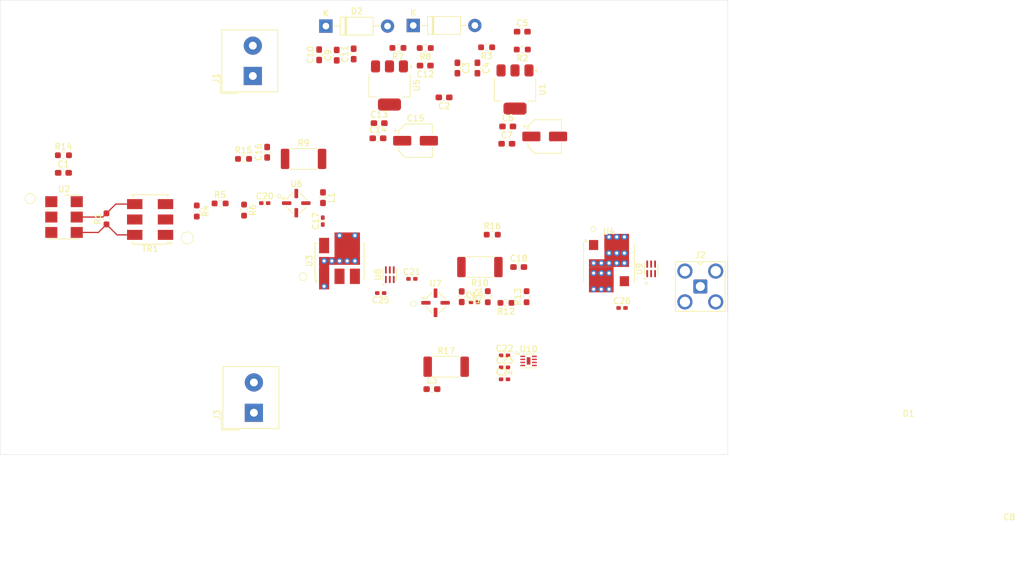
<source format=kicad_pcb>
(kicad_pcb (version 20240108) (generator "pcbnew") (generator_version "8.0")
  (layers (0 "F.Cu" signal) (31 "B.Cu" signal) (34 "B.Paste" user) (35 "F.Paste" user) (36 "B.SilkS" user "B.Silkscreen") (37 "F.SilkS" user "F.Silkscreen") (38 "B.Mask" user) (39 "F.Mask" user) (44 "Edge.Cuts" user))
  (net 0 "")
  (net 2 "GND")
  (net 3 "P9V0")
  (net 4 "VCXO_CTRL")
  (net 5 "P3V3")
  (net 6 "/InputPower/P2V05_ADJ")
  (net 7 "P12V_INPUT")
  (net 8 "/InputPower/P7V75_ADJ")
  (net 10 "/x3_IF_Multiplier/1152MHz+13dBm")
  (net 11 "/TX_VCXO/P3V3_VCXO")
  (net 12 "/TX_VCXO/VCXO_1152MHz_P")
  (net 13 "/TX_VCXO/VCXO_1152MHz_N")
  (net 14 "/TX_VCXO/VCXO_1152_MHz_OUT-5dBm")
  (net 15 "/x3_IF_Multiplier/1152MHz-7dBm")
  (net 16 "/x3_IF_Multiplier/3456MHz-2dBm")
  (net 17 "/x3_IF_Multiplier/P9V0_1152MHz")
  (net 18 "/3x_RF_Multiplier/P9V0_3456MHz")
  (net 19 "/3x_RF_Multiplier/3456MHz+12dBm")
  (net 20 "Net-(U6-RF_IN)")
  (net 21 "/3x_RF_Multiplier/3456MHz-3dBm")
  (net 22 "/3x_RF_Multiplier/3456MHz+10dBm")
  (net 23 "Net-(U7-RF_IN)")
  (net 24 "/x3_IF_Multiplier/P4V7_1152MHz")
  (net 25 "/3x_RF_Multiplier/P4V7_3456MHz")
  (net 26 "/x3_IF_Multiplier/1152MHz+4V7DC")
  (net 27 "/3x_RF_Multiplier/3456MHz+4V7DC")
  (net 28 "/3x_RF_Multiplier/10368MHz-8dBm")
  (net 29 "Net-(J2-In)")
  (net 30 "Net-(U9-input)")
  (net 31 "Net-(U9-output)")
  (net 32 "Net-(U10-RF-IN)")
  (net 33 "Net-(U10-RF-OUT_DC-IN)")
  (net 35 "/3x_RF_Multiplier/10368MHz-8dBm_OUT")
  (net 36 "/3x_RF_Multiplier/3456MHz-2dBm_IN")
  (net 37 "Net-(L3-Pad2)")
  (footprint "Capacitor_SMD:C_0603_1608Metric_Pad1.08x0.95mm_HandSolder" (layer "F.Cu") (at 165.9 98.8)
    (property "Reference" "C13" (at 0 -1.43 0) (layer "F.SilkS"))
    (property "Value" "100nF")
    (pad "1" smd roundrect (at -0.8625 0) (size 1.075 0.95) (layers "F.Cu" "F.Paste" "F.Mask") (net 2 "GND"))
    (pad "2" smd roundrect (at 0.8625 0) (size 1.075 0.95) (layers "F.Cu" "F.Paste" "F.Mask") (net 3 "P9V0"))
  )
  (footprint "Capacitor_SMD:C_0603_1608Metric_Pad1.08x0.95mm_HandSolder" (layer "F.Cu") (at 156 87.5175 90)
    (property "Reference" "C10" (at 0 -1.43 -90) (layer "F.SilkS"))
    (property "Value" "10uF")
    (pad "1" smd roundrect (at -0.8625 0 90) (size 1.075 0.95) (layers "F.Cu" "F.Paste" "F.Mask") (net 2 "GND"))
    (pad "2" smd roundrect (at 0.8625 0 90) (size 1.075 0.95) (layers "F.Cu" "F.Paste" "F.Mask") (net 7 "P12V_INPUT"))
  )
  (footprint "Capacitor_SMD:C_0603_1608Metric_Pad1.08x0.95mm_HandSolder" (layer "F.Cu") (at 186.95 102.2)
    (property "Reference" "C7" (at 0 -1.43 0) (layer "F.SilkS"))
    (property "Value" ">1u")
    (pad "1" smd roundrect (at -0.8625 0) (size 1.075 0.95) (layers "F.Cu" "F.Paste" "F.Mask") (net 2 "GND"))
    (pad "2" smd roundrect (at 0.8625 0) (size 1.075 0.95) (layers "F.Cu" "F.Paste" "F.Mask") (net 5 "P3V3"))
  )
  (footprint "Capacitor_SMD:C_0603_1608Metric_Pad1.08x0.95mm_HandSolder" (layer "F.Cu") (at 113.8325 107)
    (property "Reference" "C1" (at 0 -1.43 0) (layer "F.SilkS"))
    (property "Value" "100nF")
    (pad "1" smd roundrect (at -0.8625 0) (size 1.075 0.95) (layers "F.Cu" "F.Paste" "F.Mask") (net 2 "GND"))
    (pad "2" smd roundrect (at 0.8625 0) (size 1.075 0.95) (layers "F.Cu" "F.Paste" "F.Mask") (net 11 "/TX_VCXO/P3V3_VCXO"))
  )
  (footprint "Diode_THT:D_DO-41_SOD81_P10.16mm_Horizontal" (layer "F.Cu") (at 157.12 82.78)
    (property "Reference" "D2" (at 5.08 -2.47 0) (layer "F.SilkS"))
    (property "Value" "1N4002")
    (fp_text user "K" (at 0 -2.1 0) (layer "F.SilkS"))
    (pad "1" thru_hole rect (at 0 0) (size 2.2 2.2) (drill 1.1) (layers "*.Cu" "*.Mask") (net 7 "P12V_INPUT"))
    (pad "2" thru_hole oval (at 10.16 0) (size 2.2 2.2) (drill 1.1) (layers "*.Cu" "*.Mask") (net 3 "P9V0"))
  )
  (footprint "Capacitor_SMD:C_0402_1005Metric_Pad0.74x0.62mm_HandSolder" (layer "F.Cu") (at 147.0325 112)
    (property "Reference" "C20" (at 0 -1.16 0) (layer "F.SilkS"))
    (property "Value" "1nF")
    (pad "1" smd roundrect (at -0.5675 0) (size 0.735 0.62) (layers "F.Cu" "F.Paste" "F.Mask") (net 15 "/x3_IF_Multiplier/1152MHz-7dBm"))
    (pad "2" smd roundrect (at 0.5675 0) (size 0.735 0.62) (layers "F.Cu" "F.Paste" "F.Mask") (net 20 "Net-(U6-RF_IN)"))
  )
  (footprint "TerminalBlock_Altech:Altech_AK100_1x02_P5.00mm" (layer "F.Cu") (at 145.245 146.595 90)
    (property "Reference" "J3" (at -0.35 -6.09 -90) (layer "F.SilkS"))
    (property "Value" "Screw_Terminal_01x02")
    (pad "1" thru_hole rect (at 0 0 90) (size 3 3) (drill 1.3) (layers "*.Cu" "*.Mask") (net 2 "GND"))
    (pad "2" thru_hole circle (at 5 0 90) (size 3 3) (drill 1.3) (layers "*.Cu" "*.Mask") (net 4 "VCXO_CTRL"))
  )
  (footprint "Diode_THT:D_DO-41_SOD81_P10.16mm_Horizontal" (layer "F.Cu") (at 171.52 82.68)
    (property "Reference" "D1" (at 81.68 64.06 0) (layer "F.SilkS"))
    (property "Value" "1N4002")
    (fp_text user "K" (at 0 -2.1 0) (layer "F.SilkS"))
    (pad "1" thru_hole rect (at 0 0) (size 2.2 2.2) (drill 1.1) (layers "*.Cu" "*.Mask") (net 3 "P9V0"))
    (pad "2" thru_hole oval (at 10.16 0) (size 2.2 2.2) (drill 1.1) (layers "*.Cu" "*.Mask") (net 5 "P3V3"))
  )
  (footprint "Resistor_SMD:R_2512_6332Metric_Pad1.40x3.35mm_HandSolder" (layer "F.Cu") (at 182.5125 122.55 180)
    (property "Reference" "R10" (at 0 -2.62 180) (layer "F.SilkS"))
    (property "Value" "68")
    (pad "1" smd roundrect (at -3.05 0 180) (size 1.4 3.35) (layers "F.Cu" "F.Paste" "F.Mask") (roundrect_rratio 0.178571) (net 18 "/3x_RF_Multiplier/P9V0_3456MHz"))
    (pad "2" smd roundrect (at 3.05 0 180) (size 1.4 3.35) (layers "F.Cu" "F.Paste" "F.Mask") (roundrect_rratio 0.178571) (net 25 "/3x_RF_Multiplier/P4V7_3456MHz"))
  )
  (footprint "Capacitor_SMD:C_0402_1005Metric_Pad0.74x0.62mm_HandSolder" (layer "F.Cu") (at 171.3 124.5)
    (property "Reference" "C21" (at 0 -1.16 0) (layer "F.SilkS"))
    (property "Value" "1nF")
    (pad "1" smd roundrect (at -0.5675 0) (size 0.735 0.62) (layers "F.Cu" "F.Paste" "F.Mask") (net 21 "/3x_RF_Multiplier/3456MHz-3dBm"))
    (pad "2" smd roundrect (at 0.5675 0) (size 0.735 0.62) (layers "F.Cu" "F.Paste" "F.Mask") (net 23 "Net-(U7-RF_IN)"))
  )
  (footprint "Capacitor_SMD:C_0402_1005Metric_Pad0.74x0.62mm_HandSolder" (layer "F.Cu") (at 205.95 129.3)
    (property "Reference" "C26" (at 0 -1.16 0) (layer "F.SilkS"))
    (property "Value" "1nF")
    (pad "1" smd roundrect (at -0.5675 0) (size 0.735 0.62) (layers "F.Cu" "F.Paste" "F.Mask") (net 28 "/3x_RF_Multiplier/10368MHz-8dBm"))
    (pad "2" smd roundrect (at 0.5675 0) (size 0.735 0.62) (layers "F.Cu" "F.Paste" "F.Mask") (net 35 "/3x_RF_Multiplier/10368MHz-8dBm_OUT"))
  )
  (footprint "Capacitor_SMD:C_0603_1608Metric_Pad1.08x0.95mm_HandSolder" (layer "F.Cu") (at 147.4325 103.6 90)
    (property "Reference" "C16" (at 0 -1.43 -90) (layer "F.SilkS"))
    (property "Value" "100nF")
    (pad "1" smd roundrect (at -0.8625 0 90) (size 1.075 0.95) (layers "F.Cu" "F.Paste" "F.Mask") (net 17 "/x3_IF_Multiplier/P9V0_1152MHz"))
    (pad "2" smd roundrect (at 0.8625 0 90) (size 1.075 0.95) (layers "F.Cu" "F.Paste" "F.Mask") (net 2 "GND"))
  )
  (footprint "Package_DFN_QFN:Mini-Circuits_FG873-4_3x3mm" (layer "F.Cu") (at 152.2325 112)
    (property "Reference" "U6" (at 0 -3.175 0) (layer "F.SilkS"))
    (property "Value" "LEE-59+")
    (pad "1" smd roundrect (at -1.585 0) (size 1.55 0.61) (layers "F.Cu" "F.Paste" "F.Mask") (net 20 "Net-(U6-RF_IN)"))
    (pad "2" smd roundrect (at 0 1.585) (size 0.61 1.55) (layers "F.Cu" "F.Paste" "F.Mask") (net 2 "GND"))
    (pad "3" smd roundrect (at 1.585 0) (size 1.55 0.61) (layers "F.Cu" "F.Paste" "F.Mask") (net 26 "/x3_IF_Multiplier/1152MHz+4V7DC"))
    (pad "4" smd roundrect (at 0 -1.585) (size 0.61 1.55) (layers "F.Cu" "F.Paste" "F.Mask") (net 2 "GND"))
  )
  (footprint "Inductor_SMD:L_0603_1608Metric_Pad1.05x0.95mm_HandSolder" (layer "F.Cu") (at 174.6 142.7)
    (property "Reference" "L3" (at 0 -1.43 0) (layer "F.SilkS"))
    (property "Value" "L")
    (pad "1" smd roundrect (at -0.875 0) (size 1.05 0.95) (layers "F.Cu" "F.Paste" "F.Mask") (net 33 "Net-(U10-RF-OUT_DC-IN)"))
    (pad "2" smd roundrect (at 0.875 0) (size 1.05 0.95) (layers "F.Cu" "F.Paste" "F.Mask") (net 37 "Net-(L3-Pad2)"))
  )
  (footprint "Resistor_SMD:R_2512_6332Metric_Pad1.40x3.35mm_HandSolder" (layer "F.Cu") (at 176.95 139)
    (property "Reference" "R17" (at 0 -2.62 0) (layer "F.SilkS"))
    (property "Value" "68")
    (pad "1" smd roundrect (at -3.05 0) (size 1.4 3.35) (layers "F.Cu" "F.Paste" "F.Mask") (roundrect_rratio 0.178571) (net 37 "Net-(L3-Pad2)"))
    (pad "2" smd roundrect (at 3.05 0) (size 1.4 3.35) (layers "F.Cu" "F.Paste" "F.Mask") (roundrect_rratio 0.178571))
  )
  (footprint "Capacitor_SMD:CP_Elec_5x5.7" (layer "F.Cu") (at 193.2 101)
    (property "Reference" "C8" (at 76.6 62.83 0) (layer "F.SilkS"))
    (property "Value" "100uF")
    (pad "1" smd roundrect (at -2.2 0) (size 3 1.6) (layers "F.Cu" "F.Paste" "F.Mask") (roundrect_rratio 0.15625) (net 5 "P3V3"))
    (pad "2" smd roundrect (at 2.2 0) (size 3 1.6) (layers "F.Cu" "F.Paste" "F.Mask") (roundrect_rratio 0.15625) (net 2 "GND"))
  )
  (footprint "Resistor_SMD:R_0603_1608Metric_Pad0.98x0.95mm_HandSolder" (layer "F.Cu") (at 173.5 86.4 180)
    (property "Reference" "R8" (at 0 -1.43 180) (layer "F.SilkS"))
    (property "Value" "680")
    (pad "1" smd roundrect (at -0.9125 0 180) (size 0.975 0.95) (layers "F.Cu" "F.Paste" "F.Mask") (net 2 "GND"))
    (pad "2" smd roundrect (at 0.9125 0 180) (size 0.975 0.95) (layers "F.Cu" "F.Paste" "F.Mask") (net 8 "/InputPower/P7V75_ADJ"))
  )
  (footprint "Package_TO_SOT_SMD:SOT-223-3_TabPin2" (layer "F.Cu") (at 167.6 92.58 -90)
    (property "Reference" "U5" (at 0 -4.5 90) (layer "F.SilkS"))
    (property "Value" "TLV1117-ADJ")
    (pad "1" smd roundrect (at -3.15 -2.3 270) (size 2 1.5) (layers "F.Cu" "F.Paste" "F.Mask") (net 8 "/InputPower/P7V75_ADJ"))
    (pad "2" smd roundrect (at -3.15 0 270) (size 2 1.5) (layers "F.Cu" "F.Paste" "F.Mask") (net 3 "P9V0"))
    (pad "2" smd roundrect (at 3.15 0 270) (size 2 3.8) (layers "F.Cu" "F.Paste" "F.Mask") (net 3 "P9V0"))
    (pad "3" smd roundrect (at -3.15 2.3 270) (size 2 1.5) (layers "F.Cu" "F.Paste" "F.Mask") (net 7 "P12V_INPUT"))
  )
  (footprint "Capacitor_SMD:C_0402_1005Metric_Pad0.74x0.62mm_HandSolder" (layer "F.Cu") (at 186.5725 137.14)
    (property "Reference" "C22" (at 0 -1.16 0) (layer "F.SilkS"))
    (property "Value" "1nF")
    (pad "1" smd roundrect (at -0.5675 0) (size 0.735 0.62) (layers "F.Cu" "F.Paste" "F.Mask") (net 35 "/3x_RF_Multiplier/10368MHz-8dBm_OUT"))
    (pad "2" smd roundrect (at 0.5675 0) (size 0.735 0.62) (layers "F.Cu" "F.Paste" "F.Mask") (net 30 "Net-(U9-input)"))
  )
  (footprint "Capacitor_SMD:CP_Elec_5x5.7" (layer "F.Cu") (at 171.9 101.7)
    (property "Reference" "C15" (at 0 -3.7 0) (layer "F.SilkS"))
    (property "Value" "100uF")
    (pad "1" smd roundrect (at -2.2 0) (size 3 1.6) (layers "F.Cu" "F.Paste" "F.Mask") (roundrect_rratio 0.15625) (net 3 "P9V0"))
    (pad "2" smd roundrect (at 2.2 0) (size 3 1.6) (layers "F.Cu" "F.Paste" "F.Mask") (roundrect_rratio 0.15625) (net 2 "GND"))
  )
  (footprint "OptoDevice:Broadcom_DFN-6_2x2mm_P0.65mm" (layer "F.Cu") (at 210.75 122.85 90)
    (property "Reference" "U9" (at 0 -1.95 -90) (layer "F.SilkS"))
    (property "Value" "HFCG-4400+")
    (pad "1" smd roundrect (at -0.7875 -0.65 90) (size 1.175 0.3) (layers "F.Cu" "F.Paste" "F.Mask") (net 30 "Net-(U9-input)"))
    (pad "2" smd roundrect (at -0.7875 0 90) (size 1.175 0.3) (layers "F.Cu" "F.Paste" "F.Mask") (net 2 "GND"))
    (pad "3" smd roundrect (at -0.7875 0.65 90) (size 1.175 0.3) (layers "F.Cu" "F.Paste" "F.Mask") (net 31 "Net-(U9-output)"))
    (pad "4" smd roundrect (at 0.7875 0.65 90) (size 1.175 0.3) (layers "F.Cu" "F.Paste" "F.Mask") (net 2 "GND"))
    (pad "5" smd roundrect (at 0.7875 0 90) (size 1.175 0.3) (layers "F.Cu" "F.Paste" "F.Mask") (net 2 "GND"))
    (pad "6" smd roundrect (at 0.7875 -0.65 90) (size 1.175 0.3) (layers "F.Cu" "F.Paste" "F.Mask") (net 2 "GND"))
  )
  (footprint "Package_DFN_QFN:Mini-Circuits_FG873-4_3x3mm" (layer "F.Cu") (at 175.1975 128.45)
    (property "Reference" "U7" (at 0 -3.175 0) (layer "F.SilkS"))
    (property "Value" "LEE-59+")
    (pad "1" smd roundrect (at -1.585 0) (size 1.55 0.61) (layers "F.Cu" "F.Paste" "F.Mask") (net 23 "Net-(U7-RF_IN)"))
    (pad "2" smd roundrect (at 0 1.585) (size 0.61 1.55) (layers "F.Cu" "F.Paste" "F.Mask") (net 2 "GND"))
    (pad "3" smd roundrect (at 1.585 0) (size 1.55 0.61) (layers "F.Cu" "F.Paste" "F.Mask") (net 27 "/3x_RF_Multiplier/3456MHz+4V7DC"))
    (pad "4" smd roundrect (at 0 -1.585) (size 0.61 1.55) (layers "F.Cu" "F.Paste" "F.Mask") (net 2 "GND"))
  )
  (footprint "Resistor_SMD:R_0603_1608Metric_Pad0.98x0.95mm_HandSolder" (layer "F.Cu") (at 183.62 86.28 180)
    (property "Reference" "R3" (at 0 -1.43 180) (layer "F.SilkS"))
    (property "Value" "180")
    (pad "1" smd roundrect (at -0.9125 0 180) (size 0.975 0.95) (layers "F.Cu" "F.Paste" "F.Mask") (net 2 "GND"))
    (pad "2" smd roundrect (at 0.9125 0 180) (size 0.975 0.95) (layers "F.Cu" "F.Paste" "F.Mask") (net 6 "/InputPower/P2V05_ADJ"))
  )
  (footprint "Inductor_SMD:L_0603_1608Metric_Pad1.05x0.95mm_HandSolder" (layer "F.Cu") (at 156.6325 111.1 -90)
    (property "Reference" "L1" (at 0 -1.43 90) (layer "F.SilkS"))
    (property "Value" "L")
    (pad "1" smd roundrect (at -0.875 0 270) (size 1.05 0.95) (layers "F.Cu" "F.Paste" "F.Mask") (net 24 "/x3_IF_Multiplier/P4V7_1152MHz"))
    (pad "2" smd roundrect (at 0.875 0 270) (size 1.05 0.95) (layers "F.Cu" "F.Paste" "F.Mask") (net 26 "/x3_IF_Multiplier/1152MHz+4V7DC"))
  )
  (footprint "Capacitor_SMD:C_0402_1005Metric_Pad0.74x0.62mm_HandSolder" (layer "F.Cu") (at 186.5725 139.11)
    (property "Reference" "C23" (at 0 -1.16 0) (layer "F.SilkS"))
    (property "Value" "1nF")
    (pad "1" smd roundrect (at -0.5675 0) (size 0.735 0.62) (layers "F.Cu" "F.Paste" "F.Mask") (net 31 "Net-(U9-output)"))
    (pad "2" smd roundrect (at 0.5675 0) (size 0.735 0.62) (layers "F.Cu" "F.Paste" "F.Mask") (net 32 "Net-(U10-RF-IN)"))
  )
  (footprint "TerminalBlock_Altech:Altech_AK100_1x02_P5.00mm" (layer "F.Cu") (at 145.0675 91.0125 90)
    (property "Reference" "J1" (at -0.35 -6.09 -90) (layer "F.SilkS"))
    (property "Value" "Screw_Terminal_01x02")
    (pad "1" thru_hole rect (at 0 0 90) (size 3 3) (drill 1.3) (layers "*.Cu" "*.Mask") (net 2 "GND"))
    (pad "2" thru_hole circle (at 5 0 90) (size 3 3) (drill 1.3) (layers "*.Cu" "*.Mask") (net 7 "P12V_INPUT"))
  )
  (footprint "Resistor_SMD:R_0603_1608Metric_Pad0.98x0.95mm_HandSolder" (layer "F.Cu") (at 190.2125 127.45 90)
    (property "Reference" "R13" (at 0 -1.43 -90) (layer "F.SilkS"))
    (property "Value" "560")
    (pad "1" smd roundrect (at -0.9125 0 90) (size 0.975 0.95) (layers "F.Cu" "F.Paste" "F.Mask") (net 22 "/3x_RF_Multiplier/3456MHz+10dBm"))
    (pad "2" smd roundrect (at 0.9125 0 90) (size 0.975 0.95) (layers "F.Cu" "F.Paste" "F.Mask") (net 2 "GND"))
  )
  (footprint "Oscillator:Oscillator_SMD_IDT_JU6-6_7.0x5.0mm_P2.54mm" (layer "F.Cu") (at 113.9325 114.3)
    (property "Reference" "U2" (at 0 -4.63 0) (layer "F.SilkS"))
    (property "Value" "1152MHz")
    (pad "1" smd rect (at -2.1 -2.54 270) (size 1.8 2) (layers "F.Cu" "F.Paste" "F.Mask") (net 4 "VCXO_CTRL"))
    (pad "2" smd rect (at -2.1 0 270) (size 1.8 2) (layers "F.Cu" "F.Paste" "F.Mask"))
    (pad "3" smd rect (at -2.1 2.54 270) (size 1.8 2) (layers "F.Cu" "F.Paste" "F.Mask") (net 2 "GND"))
    (pad "4" smd rect (at 2.1 2.54 270) (size 1.8 2) (layers "F.Cu" "F.Paste" "F.Mask") (net 12 "/TX_VCXO/VCXO_1152MHz_P"))
    (pad "5" smd rect (at 2.1 0 270) (size 1.8 2) (layers "F.Cu" "F.Paste" "F.Mask") (net 13 "/TX_VCXO/VCXO_1152MHz_N"))
    (pad "6" smd rect (at 2.1 -2.54 270) (size 1.8 2) (layers "F.Cu" "F.Paste" "F.Mask") (net 11 "/TX_VCXO/P3V3_VCXO"))
  )
  (footprint "Resistor_SMD:R_0603_1608Metric_Pad0.98x0.95mm_HandSolder" (layer "F.Cu") (at 189.5 86.65 180)
    (property "Reference" "R2" (at 0 -1.43 180) (layer "F.SilkS"))
    (property "Value" "110")
    (pad "1" smd roundrect (at -0.9125 0 180) (size 0.975 0.95) (layers "F.Cu" "F.Paste" "F.Mask") (net 6 "/InputPower/P2V05_ADJ"))
    (pad "2" smd roundrect (at 0.9125 0 180) (size 0.975 0.95) (layers "F.Cu" "F.Paste" "F.Mask") (net 5 "P3V3"))
  )
  (footprint "RF_Mini-Circuits:Mini-Circuits_TT1224_LandPatternPL-258_ClockwisePinNumbering" (layer "F.Cu") (at 203.8 121.9)
    (property "Reference" "U4" (at 0 -5.207 0) (layer "F.SilkS"))
    (property "Value" "RMK-3-1052+")
    (pad "1" smd rect (at -2.54 -2.9845 270) (size 1.651 1.524) (layers "F.Cu" "F.Paste" "F.Mask") (net 22 "/3x_RF_Multiplier/3456MHz+10dBm") (clearance 0.9398))
    (pad "2" thru_hole circle (at -2.54 0 90) (size 1.016 1.016) (drill 0.508) (layers "*.Cu") (net 2 "GND"))
    (pad "2" thru_hole circle (at -2.54 1.651 90) (size 1.016 1.016) (drill 0.508) (layers "*.Cu") (net 2 "GND"))
    (pad "2" thru_hole circle (at -2.54 4.318 90) (size 1.016 1.016) (drill 0.508) (layers "*.Cu") (net 2 "GND"))
    (pad "2" thru_hole circle (at -1.27 0 90) (size 1.016 1.016) (drill 0.508) (layers "*.Cu") (net 2 "GND"))
    (pad "2" thru_hole circle (at -1.27 1.651 90) (size 1.016 1.016) (drill 0.508) (layers "*.Cu") (net 2 "GND"))
    (pad "2" smd rect (at -1.27 2.7305 90) (size 4.191 4.064) (layers "F.Cu") (net 2 "GND"))
    (pad "2" thru_hole circle (at -1.27 4.318 90) (size 1.016 1.016) (drill 0.508) (layers "*.Cu") (net 2 "GND"))
    (pad "2" thru_hole circle (at 0 -4.318 90) (size 1.016 1.016) (drill 0.508) (layers "*.Cu") (net 2 "GND"))
    (pad "2" smd rect (at 0 -2.9845 270) (size 1.651 1.524) (layers "F.Cu" "F.Paste" "F.Mask") (net 2 "GND"))
    (pad "2" thru_hole circle (at 0 -1.651 90) (size 1.016 1.016) (drill 0.508) (layers "*.Cu") (net 2 "GND"))
    (pad "2" thru_hole circle (at 0 0 90) (size 1.016 1.016) (drill 0.508) (layers "*.Cu") (net 2 "GND"))
    (pad "2" smd rect (at 0 0 90) (size 1.27 6.604) (layers "F.Cu") (net 2 "GND"))
    (pad "2" thru_hole circle (at 0 1.651 90) (size 1.016 1.016) (drill 0.508) (layers "*.Cu") (net 2 "GND"))
    (pad "2" thru_hole circle (at 0 4.318 90) (size 1.016 1.016) (drill 0.508) (layers "*.Cu") (net 2 "GND"))
    (pad "2" thru_hole circle (at 1.27 -4.318 90) (size 1.016 1.016) (drill 0.508) (layers "*.Cu") (net 2 "GND"))
    (pad "2" smd rect (at 1.27 -2.7305 90) (size 4.191 4.064) (layers "F.Cu") (net 2 "GND"))
    (pad "2" thru_hole circle (at 1.27 -1.651 90) (size 1.016 1.016) (drill 0.508) (layers "*.Cu") (net 2 "GND"))
    (pad "2" thru_hole circle (at 1.27 0 90) (size 1.016 1.016) (drill 0.508) (layers "*.Cu") (net 2 "GND"))
    (pad "2" thru_hole circle (at 2.54 -4.318 90) (size 1.016 1.016) (drill 0.508) (layers "*.Cu") (net 2 "GND"))
    (pad "2" thru_hole circle (at 2.54 -1.651 90) (size 1.016 1.016) (drill 0.508) (layers "*.Cu") (net 2 "GND"))
    (pad "2" thru_hole circle (at 2.54 0 90) (size 1.016 1.016) (drill 0.508) (layers "*.Cu") (net 2 "GND"))
    (pad "3" smd rect (at 2.54 -2.9845 270) (size 1.651 1.524) (layers "F.Cu" "F.Paste" "F.Mask") (net 2 "GND"))
    (pad "4" smd rect (at 2.54 2.9845 90) (size 1.651 1.524) (layers "F.Cu" "F.Paste" "F.Mask") (net 28 "/3x_RF_Multiplier/10368MHz-8dBm") (clearance 0.9398))
    (pad "5" smd rect (at 0 2.9845 90) (size 1.651 1.524) (layers "F.Cu" "F.Paste" "F.Mask") (net 2 "GND"))
    (pad "6" smd rect (at -2.54 2.9845 90) (size 1.651 1.524) (layers "F.Cu" "F.Paste" "F.Mask") (net 2 "GND"))
  )
  (footprint "Capacitor_SMD:C_0603_1608Metric_Pad1.08x0.95mm_HandSolder" (layer "F.Cu") (at 189.5 83.7)
    (property "Reference" "C5" (at 0 -1.43 0) (layer "F.SilkS"))
    (property "Value" "100nF")
    (pad "1" smd roundrect (at -0.8625 0) (size 1.075 0.95) (layers "F.Cu" "F.Paste" "F.Mask") (net 2 "GND"))
    (pad "2" smd roundrect (at 0.8625 0) (size 1.075 0.95) (layers "F.Cu" "F.Paste" "F.Mask") (net 6 "/InputPower/P2V05_ADJ"))
  )
  (footprint "Resistor_SMD:R_0603_1608Metric_Pad0.98x0.95mm_HandSolder" (layer "F.Cu") (at 139.6725 112.05)
    (property "Reference" "R5" (at 0 -1.43 0) (layer "F.SilkS"))
    (property "Value" "10")
    (pad "1" smd roundrect (at -0.9125 0) (size 0.975 0.95) (layers "F.Cu" "F.Paste" "F.Mask") (net 14 "/TX_VCXO/VCXO_1152_MHz_OUT-5dBm"))
    (pad "2" smd roundrect (at 0.9125 0) (size 0.975 0.95) (layers "F.Cu" "F.Paste" "F.Mask") (net 15 "/x3_IF_Multiplier/1152MHz-7dBm"))
  )
  (footprint "Resistor_SMD:R_0603_1608Metric_Pad0.98x0.95mm_HandSolder" (layer "F.Cu") (at 135.8225 113.3 -90)
    (property "Reference" "R4" (at 0 -1.43 90) (layer "F.SilkS"))
    (property "Value" "560")
    (pad "1" smd roundrect (at -0.9125 0 270) (size 0.975 0.95) (layers "F.Cu" "F.Paste" "F.Mask") (net 14 "/TX_VCXO/VCXO_1152_MHz_OUT-5dBm"))
    (pad "2" smd roundrect (at 0.9125 0 270) (size 0.975 0.95) (layers "F.Cu" "F.Paste" "F.Mask") (net 2 "GND"))
  )
  (footprint "Capacitor_SMD:C_0603_1608Metric_Pad1.08x0.95mm_HandSolder" (layer "F.Cu") (at 188.9125 122.55)
    (property "Reference" "C18" (at 0 -1.43 0) (layer "F.SilkS"))
    (property "Value" "100nF")
    (pad "1" smd roundrect (at -0.8625 0) (size 1.075 0.95) (layers "F.Cu" "F.Paste" "F.Mask") (net 18 "/3x_RF_Multiplier/P9V0_3456MHz"))
    (pad "2" smd roundrect (at 0.8625 0) (size 1.075 0.95) (layers "F.Cu" "F.Paste" "F.Mask") (net 2 "GND"))
  )
  (footprint "RF_Mini-Circuits:Mini-Circuits_CD542_H2.84mm" (layer "F.Cu") (at 128.1325 114.7 180)
    (property "Reference" "TR1" (at 0 -4.826 180) (layer "F.SilkS"))
    (property "Value" "ADTL2-18 2:1 ")
    (pad "1" smd rect (at -2.54 -2.54 180) (size 2.54 1.65) (layers "F.Cu" "F.Paste" "F.Mask") (net 2 "GND"))
    (pad "2" smd rect (at -2.54 0 180) (size 2.54 1.65) (layers "F.Cu" "F.Paste" "F.Mask"))
    (pad "3" smd rect (at -2.54 2.54 180) (size 2.54 1.65) (layers "F.Cu" "F.Paste" "F.Mask") (net 14 "/TX_VCXO/VCXO_1152_MHz_OUT-5dBm"))
    (pad "4" smd rect (at 2.54 2.54 180) (size 2.54 1.65) (layers "F.Cu" "F.Paste" "F.Mask") (net 13 "/TX_VCXO/VCXO_1152MHz_N"))
    (pad "5" smd rect (at 2.54 0 180) (size 2.54 1.65) (layers "F.Cu" "F.Paste" "F.Mask"))
    (pad "6" smd rect (at 2.54 -2.54 180) (size 2.54 1.65) (layers "F.Cu" "F.Paste" "F.Mask") (net 12 "/TX_VCXO/VCXO_1152MHz_P"))
  )
  (footprint "Connector_Coaxial:SMA_Amphenol_901-143_Horizontal" (layer "F.Cu") (at 218.86 125.76 -90)
    (property "Reference" "J2" (at -5.2 0 180) (layer "F.SilkS"))
    (property "Value" "Conn_Coaxial")
    (fp_line (start 4.3 -4.5) (end -4.3 -4.5) (stroke (width 0.1)) (layer "Edge.Cuts"))
    (pad "1" thru_hole roundrect (at 0 0 270) (size 2.3 2.3) (drill 1.5) (layers "*.Cu" "*.Mask") (roundrect_rratio 0.087) (net 29 "Net-(J2-In)"))
    (pad "2" thru_hole circle (at -2.54 -2.54 270) (size 2.5 2.5) (drill 1.7) (layers "*.Cu" "*.Mask") (net 2 "GND"))
    (pad "2" thru_hole circle (at -2.54 2.54 270) (size 2.5 2.5) (drill 1.7) (layers "*.Cu" "*.Mask") (net 2 "GND"))
    (pad "2" thru_hole circle (at 2.54 -2.54 270) (size 2.5 2.5) (drill 1.7) (layers "*.Cu" "*.Mask") (net 2 "GND"))
    (pad "2" thru_hole circle (at 2.54 2.54 270) (size 2.5 2.5) (drill 1.7) (layers "*.Cu" "*.Mask") (net 2 "GND"))
  )
  (footprint "Resistor_SMD:R_0603_1608Metric_Pad0.98x0.95mm_HandSolder" (layer "F.Cu") (at 143.6225 113.15 -90)
    (property "Reference" "R6" (at 0 -1.43 90) (layer "F.SilkS"))
    (property "Value" "560")
    (pad "1" smd roundrect (at -0.9125 0 270) (size 0.975 0.95) (layers "F.Cu" "F.Paste" "F.Mask") (net 15 "/x3_IF_Multiplier/1152MHz-7dBm"))
    (pad "2" smd roundrect (at 0.9125 0 270) (size 0.975 0.95) (layers "F.Cu" "F.Paste" "F.Mask") (net 2 "GND"))
  )
  (footprint "Capacitor_SMD:C_0402_1005Metric_Pad0.74x0.62mm_HandSolder" (layer "F.Cu") (at 166.15 126.85 180)
    (property "Reference" "C25" (at 0 -1.16 180) (layer "F.SilkS"))
    (property "Value" "1nF")
    (pad "1" smd roundrect (at -0.5675 0 180) (size 0.735 0.62) (layers "F.Cu" "F.Paste" "F.Mask") (net 16 "/x3_IF_Multiplier/3456MHz-2dBm"))
    (pad "2" smd roundrect (at 0.5675 0 180) (size 0.735 0.62) (layers "F.Cu" "F.Paste" "F.Mask") (net 36 "/3x_RF_Multiplier/3456MHz-2dBm_IN"))
  )
  (footprint "Capacitor_SMD:C_0603_1608Metric_Pad1.08x0.95mm_HandSolder" (layer "F.Cu") (at 158.9 87.58 90)
    (property "Reference" "C9" (at 0 -1.43 -90) (layer "F.SilkS"))
    (property "Value" "10uF")
    (pad "1" smd roundrect (at -0.8625 0 90) (size 1.075 0.95) (layers "F.Cu" "F.Paste" "F.Mask") (net 2 "GND"))
    (pad "2" smd roundrect (at 0.8625 0 90) (size 1.075 0.95) (layers "F.Cu" "F.Paste" "F.Mask") (net 7 "P12V_INPUT"))
  )
  (footprint "Capacitor_SMD:C_0603_1608Metric_Pad1.08x0.95mm_HandSolder" (layer "F.Cu") (at 165.7 101.3)
    (property "Reference" "C14" (at 0 -1.43 0) (layer "F.SilkS"))
    (property "Value" ">1u")
    (pad "1" smd roundrect (at -0.8625 0) (size 1.075 0.95) (layers "F.Cu" "F.Paste" "F.Mask") (net 2 "GND"))
    (pad "2" smd roundrect (at 0.8625 0) (size 1.075 0.95) (layers "F.Cu" "F.Paste" "F.Mask") (net 3 "P9V0"))
  )
  (footprint "OptoDevice:Broadcom_DFN-6_2x2mm_P0.65mm" (layer "F.Cu") (at 167.6525 123.8125 90)
    (property "Reference" "U8" (at 0 -1.95 -90) (layer "F.SilkS"))
    (property "Value" "HFCG-2200+")
    (pad "1" smd roundrect (at -0.7875 -0.65 90) (size 1.175 0.3) (layers "F.Cu" "F.Paste" "F.Mask") (net 36 "/3x_RF_Multiplier/3456MHz-2dBm_IN"))
    (pad "2" smd roundrect (at -0.7875 0 90) (size 1.175 0.3) (layers "F.Cu" "F.Paste" "F.Mask") (net 2 "GND"))
    (pad "3" smd roundrect (at -0.7875 0.65 90) (size 1.175 0.3) (layers "F.Cu" "F.Paste" "F.Mask") (net 21 "/3x_RF_Multiplier/3456MHz-3dBm"))
    (pad "4" smd roundrect (at 0.7875 0.65 90) (size 1.175 0.3) (layers "F.Cu" "F.Paste" "F.Mask") (net 2 "GND"))
    (pad "5" smd roundrect (at 0.7875 0 90) (size 1.175 0.3) (layers "F.Cu" "F.Paste" "F.Mask") (net 2 "GND"))
    (pad "6" smd roundrect (at 0.7875 -0.65 90) (size 1.175 0.3) (layers "F.Cu" "F.Paste" "F.Mask") (net 2 "GND"))
  )
  (footprint "Resistor_SMD:R_0603_1608Metric_Pad0.98x0.95mm_HandSolder" (layer "F.Cu") (at 120.9325 114.6 90)
    (property "Reference" "R1" (at 0 -1.43 -90) (layer "F.SilkS"))
    (property "Value" "100")
    (pad "1" smd roundrect (at -0.9125 0 90) (size 0.975 0.95) (layers "F.Cu" "F.Paste" "F.Mask") (net 12 "/TX_VCXO/VCXO_1152MHz_P"))
    (pad "2" smd roundrect (at 0.9125 0 90) (size 0.975 0.95) (layers "F.Cu" "F.Paste" "F.Mask") (net 13 "/TX_VCXO/VCXO_1152MHz_N"))
  )
  (footprint "Package_TO_SOT_SMD:SOT-223-3_TabPin2" (layer "F.Cu") (at 188.3 93.25 -90)
    (property "Reference" "U1" (at 0 -4.5 90) (layer "F.SilkS"))
    (property "Value" "TLV1117-ADJ")
    (pad "1" smd roundrect (at -3.15 -2.3 270) (size 2 1.5) (layers "F.Cu" "F.Paste" "F.Mask") (net 6 "/InputPower/P2V05_ADJ"))
    (pad "2" smd roundrect (at -3.15 0 270) (size 2 1.5) (layers "F.Cu" "F.Paste" "F.Mask") (net 5 "P3V3"))
    (pad "2" smd roundrect (at 3.15 0 270) (size 2 3.8) (layers "F.Cu" "F.Paste" "F.Mask") (net 5 "P3V3"))
    (pad "3" smd roundrect (at -3.15 2.3 270) (size 2 1.5) (layers "F.Cu" "F.Paste" "F.Mask") (net 3 "P9V0"))
  )
  (footprint "Resistor_SMD:R_0603_1608Metric_Pad0.98x0.95mm_HandSolder" (layer "F.Cu") (at 143.5325 104.7)
    (property "Reference" "R15" (at 0 -1.43 0) (layer "F.SilkS"))
    (property "Value" "0")
    (pad "1" smd roundrect (at -0.9125 0) (size 0.975 0.95) (layers "F.Cu" "F.Paste" "F.Mask") (net 3 "P9V0"))
    (pad "2" smd roundrect (at 0.9125 0) (size 0.975 0.95) (layers "F.Cu" "F.Paste" "F.Mask") (net 17 "/x3_IF_Multiplier/P9V0_1152MHz"))
  )
  (footprint "Resistor_SMD:R_0603_1608Metric_Pad0.98x0.95mm_HandSolder" (layer "F.Cu") (at 183.8125 127.45 90)
    (property "Reference" "R11" (at 0.2125 -1.53 -90) (layer "F.SilkS"))
    (property "Value" "560")
    (pad "1" smd roundrect (at -0.9125 0 90) (size 0.975 0.95) (layers "F.Cu" "F.Paste" "F.Mask") (net 19 "/3x_RF_Multiplier/3456MHz+12dBm"))
    (pad "2" smd roundrect (at 0.9125 0 90) (size 0.975 0.95) (layers "F.Cu" "F.Paste" "F.Mask") (net 2 "GND"))
  )
  (footprint "Capacitor_SMD:C_0603_1608Metric_Pad1.08x0.95mm_HandSolder" (layer "F.Cu") (at 176.6 94.55 180)
    (property "Reference" "C2" (at 0 -1.43 180) (layer "F.SilkS"))
    (property "Value" "10uF")
    (pad "1" smd roundrect (at -0.8625 0 180) (size 1.075 0.95) (layers "F.Cu" "F.Paste" "F.Mask") (net 2 "GND"))
    (pad "2" smd roundrect (at 0.8625 0 180) (size 1.075 0.95) (layers "F.Cu" "F.Paste" "F.Mask") (net 3 "P9V0"))
  )
  (footprint "Resistor_SMD:R_0603_1608Metric_Pad0.98x0.95mm_HandSolder" (layer "F.Cu") (at 184.55 117.2)
    (property "Reference" "R16" (at 0 -1.43 0) (layer "F.SilkS"))
    (property "Value" "0")
    (pad "1" smd roundrect (at -0.9125 0) (size 0.975 0.95) (layers "F.Cu" "F.Paste" "F.Mask") (net 3 "P9V0"))
    (pad "2" smd roundrect (at 0.9125 0) (size 0.975 0.95) (layers "F.Cu" "F.Paste" "F.Mask") (net 18 "/3x_RF_Multiplier/P9V0_3456MHz"))
  )
  (footprint "Package_DFN_QFN:DFN-8-1EP_2x2mm_P0.5mm_EP0.6x1.2mm" (layer "F.Cu") (at 190.5375 138.045)
    (property "Reference" "U10" (at 0 -1.95 0) (layer "F.SilkS"))
    (property "Value" "PMA2-123LN5+")
    (pad "1" smd roundrect (at -0.9625 -0.75) (size 0.775 0.25) (layers "F.Cu" "F.Paste" "F.Mask"))
    (pad "2" smd roundrect (at -0.9625 -0.25) (size 0.775 0.25) (layers "F.Cu" "F.Paste" "F.Mask") (net 2 "GND"))
    (pad "3" smd roundrect (at -0.9625 0.25) (size 0.775 0.25) (layers "F.Cu" "F.Paste" "F.Mask") (net 32 "Net-(U10-RF-IN)"))
    (pad "4" smd roundrect (at -0.9625 0.75) (size 0.775 0.25) (layers "F.Cu" "F.Paste" "F.Mask") (net 2 "GND"))
    (pad "5" smd roundrect (at 0.9625 0.75) (size 0.775 0.25) (layers "F.Cu" "F.Paste" "F.Mask") (net 2 "GND"))
    (pad "6" smd roundrect (at 0.9625 0.25) (size 0.775 0.25) (layers "F.Cu" "F.Paste" "F.Mask") (net 33 "Net-(U10-RF-OUT_DC-IN)"))
    (pad "7" smd roundrect (at 0.9625 -0.25) (size 0.775 0.25) (layers "F.Cu" "F.Paste" "F.Mask") (net 2 "GND"))
    (pad "8" smd roundrect (at 0.9625 -0.75) (size 0.775 0.25) (layers "F.Cu" "F.Paste" "F.Mask") (net 2 "GND"))
    (pad "9" smd rect (at 0 0) (size 0.6 1.2) (property pad_prop_heatsink) (layers "F.Cu" "F.Mask") (net 2 "GND"))
  )
  (footprint "Inductor_SMD:L_0603_1608Metric_Pad1.05x0.95mm_HandSolder" (layer "F.Cu") (at 179.5125 127.45 -90)
    (property "Reference" "L2" (at 0 -1.43 90) (layer "F.SilkS"))
    (property "Value" "L")
    (pad "1" smd roundrect (at -0.875 0 270) (size 1.05 0.95) (layers "F.Cu" "F.Paste" "F.Mask") (net 25 "/3x_RF_Multiplier/P4V7_3456MHz"))
    (pad "2" smd roundrect (at 0.875 0 270) (size 1.05 0.95) (layers "F.Cu" "F.Paste" "F.Mask") (net 27 "/3x_RF_Multiplier/3456MHz+4V7DC"))
  )
  (footprint "Resistor_SMD:R_2512_6332Metric_Pad1.40x3.35mm_HandSolder" (layer "F.Cu") (at 153.4325 104.7)
    (property "Reference" "R9" (at 0 -2.62 0) (layer "F.SilkS"))
    (property "Value" "68")
    (pad "1" smd roundrect (at -3.05 0) (size 1.4 3.35) (layers "F.Cu" "F.Paste" "F.Mask") (roundrect_rratio 0.178571) (net 17 "/x3_IF_Multiplier/P9V0_1152MHz"))
    (pad "2" smd roundrect (at 3.05 0) (size 1.4 3.35) (layers "F.Cu" "F.Paste" "F.Mask") (roundrect_rratio 0.178571) (net 24 "/x3_IF_Multiplier/P4V7_1152MHz"))
  )
  (footprint "Capacitor_SMD:C_0603_1608Metric_Pad1.08x0.95mm_HandSolder" (layer "F.Cu") (at 182.1 89.7 -90)
    (property "Reference" "C4" (at 0 -1.43 90) (layer "F.SilkS"))
    (property "Value" "100nF")
    (pad "1" smd roundrect (at -0.8625 0 270) (size 1.075 0.95) (layers "F.Cu" "F.Paste" "F.Mask") (net 2 "GND"))
    (pad "2" smd roundrect (at 0.8625 0 270) (size 1.075 0.95) (layers "F.Cu" "F.Paste" "F.Mask") (net 3 "P9V0"))
  )
  (footprint "Capacitor_SMD:C_0402_1005Metric_Pad0.74x0.62mm_HandSolder" (layer "F.Cu") (at 156.6 114.9675 90)
    (property "Reference" "C17" (at 0 -1.16 -90) (layer "F.SilkS"))
    (property "Value" "1nF")
    (pad "1" smd roundrect (at -0.5675 0 90) (size 0.735 0.62) (layers "F.Cu" "F.Paste" "F.Mask") (net 26 "/x3_IF_Multiplier/1152MHz+4V7DC"))
    (pad "2" smd roundrect (at 0.5675 0 90) (size 0.735 0.62) (layers "F.Cu" "F.Paste" "F.Mask") (net 10 "/x3_IF_Multiplier/1152MHz+13dBm"))
  )
  (footprint "RF_Mini-Circuits:Mini-Circuits_CD542_LandPatternPL-052" (layer "F.Cu") (at 159.36 121.541 90)
    (property "Reference" "U3" (at 0 -5 -90) (layer "F.SilkS"))
    (property "Value" "AMK-3-452+")
    (pad "1" thru_hole circle (at -4.191 -2.54 90) (size 1.016 1.016) (drill 0.508) (layers "*.Cu") (net 2 "GND"))
    (pad "1" smd rect (at -2.54 -2.54 90) (size 2.54 1.651) (layers "F.Cu" "F.Paste" "F.Mask") (net 2 "GND"))
    (pad "1" smd rect (at -2.032 -2.54 90) (size 5.334 1.651) (layers "F.Cu") (net 2 "GND"))
    (pad "1" thru_hole circle (at 0 -2.54 90) (size 1.016 1.016) (drill 0.508) (layers "*.Cu") (net 2 "GND"))
    (pad "1" thru_hole circle (at 0 -1.27 90) (size 1.016 1.016) (drill 0.508) (layers "*.Cu") (net 2 "GND"))
    (pad "1" thru_hole circle (at 0 0 90) (size 1.016 1.016) (drill 0.508) (layers "*.Cu") (net 2 "GND"))
    (pad "1" smd rect (at 0 0 90) (size 1.27 6.731) (layers "F.Cu") (net 2 "GND"))
    (pad "1" thru_hole circle (at 0 1.27 90) (size 1.016 1.016) (drill 0.508) (layers "*.Cu") (net 2 "GND"))
    (pad "1" thru_hole circle (at 0 2.54 90) (size 1.016 1.016) (drill 0.508) (layers "*.Cu") (net 2 "GND"))
    (pad "2" smd rect (at -2.54 0 90) (size 2.54 1.651) (layers "F.Cu" "F.Paste" "F.Mask") (clearance 0.635))
    (pad "3" smd rect (at -2.54 2.54 90) (size 2.54 1.651) (layers "F.Cu" "F.Paste" "F.Mask") (net 16 "/x3_IF_Multiplier/3456MHz-2dBm") (clearance 0.635))
    (pad "4" smd rect (at 2.032 1.27 90) (size 5.334 4.191) (layers "F.Cu") (net 2 "GND"))
    (pad "4" smd rect (at 2.54 2.54 90) (size 2.54 1.651) (layers "F.Cu" "F.Paste" "F.Mask") (net 2 "GND"))
    (pad "4" thru_hole circle (at 4.191 2.54 90) (size 1.016 1.016) (drill 0.508) (layers "*.Cu") (net 2 "GND"))
    (pad "5" smd rect (at 2.54 0 90) (size 2.54 1.651) (layers "F.Cu" "F.Paste" "F.Mask") (net 2 "GND"))
    (pad "5" thru_hole circle (at 4.191 0 90) (size 1.016 1.016) (drill 0.508) (layers "*.Cu") (net 2 "GND"))
    (pad "6" smd rect (at 2.54 -2.54 90) (size 2.54 1.651) (layers "F.Cu" "F.Paste" "F.Mask") (net 10 "/x3_IF_Multiplier/1152MHz+13dBm") (clearance 0.635))
  )
  (footprint "Capacitor_SMD:C_0402_1005Metric_Pad0.74x0.62mm_HandSolder" (layer "F.Cu") (at 181.6125 128.35)
    (property "Reference" "C19" (at 0 -1.16 0) (layer "F.SilkS"))
    (property "Value" "1nF")
    (pad "1" smd roundrect (at -0.5675 0) (size 0.735 0.62) (layers "F.Cu" "F.Paste" "F.Mask") (net 27 "/3x_RF_Multiplier/3456MHz+4V7DC"))
    (pad "2" smd roundrect (at 0.5675 0) (size 0.735 0.62) (layers "F.Cu" "F.Paste" "F.Mask") (net 19 "/3x_RF_Multiplier/3456MHz+12dBm"))
  )
  (footprint "Resistor_SMD:R_0603_1608Metric_Pad0.98x0.95mm_HandSolder" (layer "F.Cu") (at 169 86.38 180)
    (property "Reference" "R7" (at 0 -1.43 180) (layer "F.SilkS"))
    (property "Value" "110")
    (pad "1" smd roundrect (at -0.9125 0 180) (size 0.975 0.95) (layers "F.Cu" "F.Paste" "F.Mask") (net 8 "/InputPower/P7V75_ADJ"))
    (pad "2" smd roundrect (at 0.9125 0 180) (size 0.975 0.95) (layers "F.Cu" "F.Paste" "F.Mask") (net 3 "P9V0"))
  )
  (footprint "Resistor_SMD:R_0603_1608Metric_Pad0.98x0.95mm_HandSolder" (layer "F.Cu") (at 113.8325 104.1)
    (property "Reference" "R14" (at 0 -1.43 0) (layer "F.SilkS"))
    (property "Value" "0")
    (pad "1" smd roundrect (at -0.9125 0) (size 0.975 0.95) (layers "F.Cu" "F.Paste" "F.Mask") (net 5 "P3V3"))
    (pad "2" smd roundrect (at 0.9125 0) (size 0.975 0.95) (layers "F.Cu" "F.Paste" "F.Mask") (net 11 "/TX_VCXO/P3V3_VCXO"))
  )
  (footprint "Capacitor_SMD:C_0603_1608Metric_Pad1.08x0.95mm_HandSolder" (layer "F.Cu") (at 178.8 89.7 -90)
    (property "Reference" "C3" (at 0 -1.43 90) (layer "F.SilkS"))
    (property "Value" "10uF")
    (pad "1" smd roundrect (at -0.8625 0 270) (size 1.075 0.95) (layers "F.Cu" "F.Paste" "F.Mask") (net 2 "GND"))
    (pad "2" smd roundrect (at 0.8625 0 270) (size 1.075 0.95) (layers "F.Cu" "F.Paste" "F.Mask") (net 3 "P9V0"))
  )
  (footprint "Capacitor_SMD:C_0402_1005Metric_Pad0.74x0.62mm_HandSolder" (layer "F.Cu") (at 186.5725 141.08)
    (property "Reference" "C24" (at 0 -1.16 0) (layer "F.SilkS"))
    (property "Value" "1nF")
    (pad "1" smd roundrect (at -0.5675 0) (size 0.735 0.62) (layers "F.Cu" "F.Paste" "F.Mask") (net 33 "Net-(U10-RF-OUT_DC-IN)"))
    (pad "2" smd roundrect (at 0.5675 0) (size 0.735 0.62) (layers "F.Cu" "F.Paste" "F.Mask") (net 29 "Net-(J2-In)"))
  )
  (footprint "Capacitor_SMD:C_0603_1608Metric_Pad1.08x0.95mm_HandSolder" (layer "F.Cu") (at 187.1 99.35)
    (property "Reference" "C6" (at 0 -1.43 0) (layer "F.SilkS"))
    (property "Value" "100nF")
    (pad "1" smd roundrect (at -0.8625 0) (size 1.075 0.95) (layers "F.Cu" "F.Paste" "F.Mask") (net 2 "GND"))
    (pad "2" smd roundrect (at 0.8625 0) (size 1.075 0.95) (layers "F.Cu" "F.Paste" "F.Mask") (net 5 "P3V3"))
  )
  (footprint "Capacitor_SMD:C_0603_1608Metric_Pad1.08x0.95mm_HandSolder" (layer "F.Cu") (at 173.5 89.3 180)
    (property "Reference" "C12" (at 0 -1.43 180) (layer "F.SilkS"))
    (property "Value" "100nF")
    (pad "1" smd roundrect (at -0.8625 0 180) (size 1.075 0.95) (layers "F.Cu" "F.Paste" "F.Mask") (net 2 "GND"))
    (pad "2" smd roundrect (at 0.8625 0 180) (size 1.075 0.95) (layers "F.Cu" "F.Paste" "F.Mask") (net 8 "/InputPower/P7V75_ADJ"))
  )
  (footprint "Capacitor_SMD:C_0603_1608Metric_Pad1.08x0.95mm_HandSolder" (layer "F.Cu") (at 161.7 87.38 90)
    (property "Reference" "C11" (at 0 -1.43 -90) (layer "F.SilkS"))
    (property "Value" "100nF")
    (pad "1" smd roundrect (at -0.8625 0 90) (size 1.075 0.95) (layers "F.Cu" "F.Paste" "F.Mask") (net 2 "GND"))
    (pad "2" smd roundrect (at 0.8625 0 90) (size 1.075 0.95) (layers "F.Cu" "F.Paste" "F.Mask") (net 7 "P12V_INPUT"))
  )
  (footprint "Resistor_SMD:R_0603_1608Metric_Pad0.98x0.95mm_HandSolder" (layer "F.Cu") (at 186.8125 128.4625 180)
    (property "Reference" "R12" (at 0 -1.43 180) (layer "F.SilkS"))
    (property "Value" "10")
    (pad "1" smd roundrect (at -0.9125 0 180) (size 0.975 0.95) (layers "F.Cu" "F.Paste" "F.Mask") (net 19 "/3x_RF_Multiplier/3456MHz+12dBm"))
    (pad "2" smd roundrect (at 0.9125 0 180) (size 0.975 0.95) (layers "F.Cu" "F.Paste" "F.Mask") (net 22 "/3x_RF_Multiplier/3456MHz+10dBm"))
  )
  (gr_circle (center 134.25 117.75) (end 133.3 117.45) (stroke (width 0.1)) (fill none) (layer "F.SilkS"))
  (gr_circle (center 209.95 125.25) (end 210.1 125.1) (stroke (width 0.1)) (fill none) (layer "F.SilkS"))
  (gr_circle (center 149.4 110.85) (end 149.65 110.7) (stroke (width 0.1)) (fill none) (layer "F.SilkS"))
  (gr_circle (center 153.35 124.15) (end 153.8 123.7) (stroke (width 0.1)) (fill none) (layer "F.SilkS"))
  (gr_circle (center 108.35 111.25) (end 108.95 111.85) (stroke (width 0.1)) (fill none) (layer "F.SilkS"))
  (gr_circle (center 188.5 136.7) (end 188.65 136.55) (stroke (width 0.1)) (fill none) (layer "F.SilkS"))
  (gr_circle (center 171.55 128.6) (end 171.9 128.3) (stroke (width 0.1)) (fill none) (layer "F.SilkS"))
  (gr_circle (center 201.2 116.3) (end 201.5 116.05) (stroke (width 0.1)) (fill none) (layer "F.SilkS"))
  (gr_rect (start 103.4 78.5) (end 223.4 153.5) (stroke (width 0.05)) (fill none) (layer "Edge.Cuts"))
  (segment (start 125.6925 117.24) (end 122.66 117.24) (width 0.2) (layer "F.Cu") (net 12))
  (segment (start 122.66 117.24) (end 120.9325 115.5125) (width 0.2) (layer "F.Cu") (net 12))
  (segment (start 119.605 116.84) (end 120.9325 115.5125) (width 0.2) (layer "F.Cu") (net 12))
  (segment (start 116.0325 116.84) (end 119.605 116.84) (width 0.2) (layer "F.Cu") (net 12))
  (segment (start 120.32 114.3) (end 120.9325 113.6875) (width 0.2) (layer "F.Cu") (net 13))
  (segment (start 125.6925 112.16) (end 122.46 112.16) (width 0.2) (layer "F.Cu") (net 13))
  (segment (start 122.46 112.16) (end 120.9325 113.6875) (width 0.2) (layer "F.Cu") (net 13))
  (segment (start 116.0325 114.3) (end 120.32 114.3) (width 0.2) (layer "F.Cu") (net 13))
)
</source>
